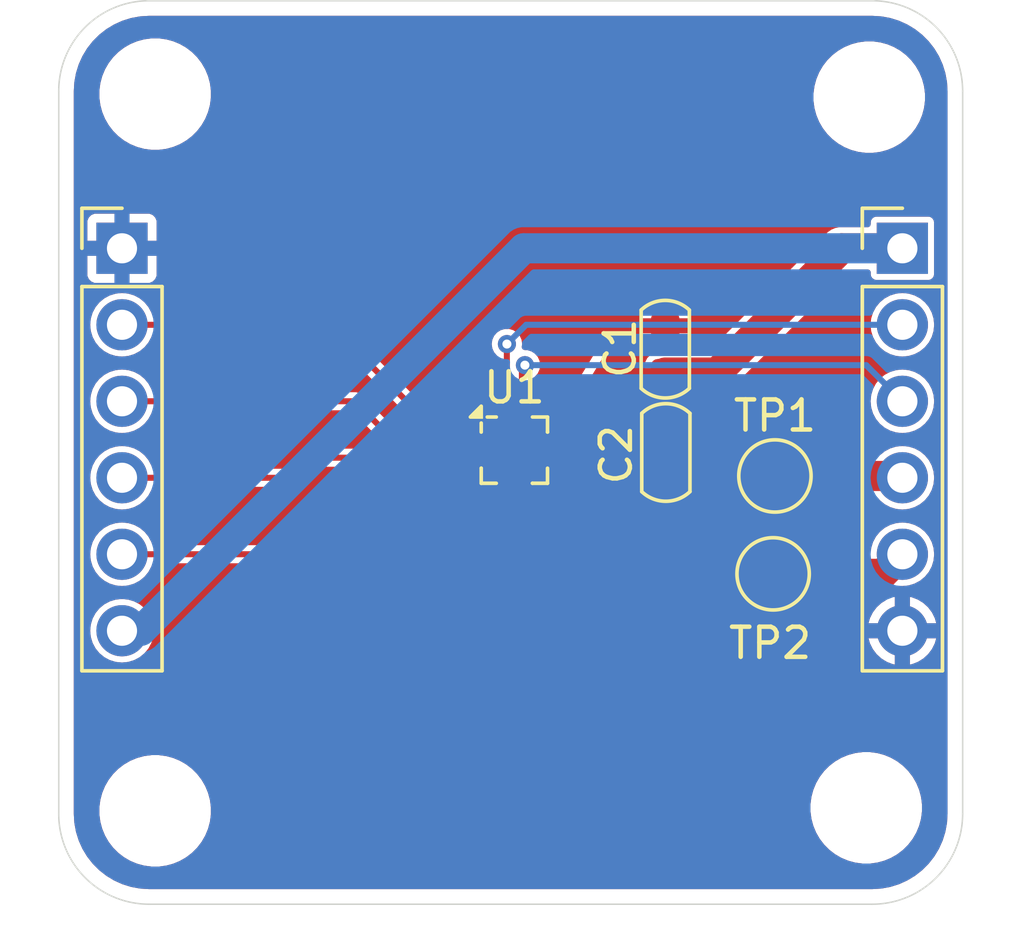
<source format=kicad_pcb>
(kicad_pcb (version 20240108) (generator "pcbnew") (generator_version "8.0")
  (layers (0 "F.Cu" signal) (31 "B.Cu" signal) (34 "B.Paste" user) (35 "F.Paste" user) (36 "B.SilkS" user "B.Silkscreen") (37 "F.SilkS" user "F.Silkscreen") (38 "B.Mask" user) (39 "F.Mask" user) (44 "Edge.Cuts" user))
  (net 0 "")
  (net 1 "GND")
  (net 2 "VDD")
  (net 3 "Net-(J1-Pin_2)")
  (net 4 "Net-(J1-Pin_3)")
  (net 5 "Net-(J1-Pin_4)")
  (net 6 "Net-(J1-Pin_5)")
  (net 7 "Net-(J2-Pin_4)")
  (net 8 "Net-(J2-Pin_5)")
  (net 9 "Net-(J2-Pin_3)")
  (net 10 "Net-(J2-Pin_2)")
  (footprint "PCM_Capacitor_SMD_AKL:C_0603_1608Metric" (layer "F.Cu") (at 200.13 91.57 90)
    (property "Reference" "C1" (at 0.025 -1.5 90) (layer "F.SilkS"))
    (property "Value" "100nF" (hide yes))
    (fp_line (start 1.3 -0.800002) (end -1.3 -0.8) (stroke (width 0.12)) (layer "F.SilkS"))
    (fp_line (start -1.3 0.800002) (end 1.3 0.8) (stroke (width 0.12)) (layer "F.SilkS"))
    (fp_arc (start 1.3 -0.800002) (mid 1.619939 -0.000001) (end 1.3 0.8) (stroke (width 0.12)) (layer "F.SilkS"))
    (fp_arc (start -1.3 0.800002) (mid -1.619939 0.000001) (end -1.3 -0.8) (stroke (width 0.12)) (layer "F.SilkS"))
    (pad "1" smd roundrect (at -0.775 0 90) (size 0.9 0.95) (layers "F.Cu" "F.Paste" "F.Mask") (net 2 "VDD"))
    (pad "2" smd roundrect (at 0.775 0 90) (size 0.9 0.95) (layers "F.Cu" "F.Paste" "F.Mask") (net 1 "GND"))
  )
  (footprint "Connector_PinHeader_2.54mm:PinHeader_1x06_P2.54mm_Vertical" (layer "F.Cu") (at 208 88.22)
    (property "Reference" "J2" (hide yes))
    (property "Value" "Conn_01x06" (hide yes))
    (fp_line (start -1.33 -1.33) (end 0 -1.33) (stroke (width 0.12)) (layer "F.SilkS"))
    (fp_line (start -1.33 0) (end -1.33 -1.33) (stroke (width 0.12)) (layer "F.SilkS"))
    (fp_line (start -1.33 1.27) (end -1.33 14.03) (stroke (width 0.12)) (layer "F.SilkS"))
    (fp_line (start -1.33 1.27) (end 1.33 1.27) (stroke (width 0.12)) (layer "F.SilkS"))
    (fp_line (start -1.33 14.03) (end 1.33 14.03) (stroke (width 0.12)) (layer "F.SilkS"))
    (fp_line (start 1.33 1.27) (end 1.33 14.03) (stroke (width 0.12)) (layer "F.SilkS"))
    (pad "1" thru_hole rect (at 0 0) (size 1.7 1.7) (drill 1) (layers "*.Cu" "*.Mask") (net 2 "VDD"))
    (pad "2" thru_hole oval (at 0 2.54) (size 1.7 1.7) (drill 1) (layers "*.Cu" "*.Mask") (net 10 "Net-(J2-Pin_2)"))
    (pad "3" thru_hole oval (at 0 5.08) (size 1.7 1.7) (drill 1) (layers "*.Cu" "*.Mask") (net 9 "Net-(J2-Pin_3)"))
    (pad "4" thru_hole oval (at 0 7.62) (size 1.7 1.7) (drill 1) (layers "*.Cu" "*.Mask") (net 7 "Net-(J2-Pin_4)"))
    (pad "5" thru_hole oval (at 0 10.16) (size 1.7 1.7) (drill 1) (layers "*.Cu" "*.Mask") (net 8 "Net-(J2-Pin_5)"))
    (pad "6" thru_hole oval (at 0 12.7) (size 1.7 1.7) (drill 1) (layers "*.Cu" "*.Mask") (net 1 "GND"))
  )
  (footprint "MountingHole:MountingHole_3.2mm_M3_DIN965" (layer "F.Cu") (at 183.2 83.1)
    (property "Reference" "H1" (hide yes))
    (property "Value" "MountingHole")
    (pad "" np_thru_hole circle (at 0 0) (size 3.2 3.2) (drill 3.2) (layers "*.Cu" "*.Mask"))
  )
  (footprint "Connector_PinHeader_2.54mm:PinHeader_1x06_P2.54mm_Vertical" (layer "F.Cu") (at 182.1 88.22)
    (property "Reference" "J1" (hide yes))
    (property "Value" "Conn_01x06" (hide yes))
    (fp_line (start -1.33 -1.33) (end 0 -1.33) (stroke (width 0.12)) (layer "F.SilkS"))
    (fp_line (start -1.33 0) (end -1.33 -1.33) (stroke (width 0.12)) (layer "F.SilkS"))
    (fp_line (start -1.33 1.27) (end -1.33 14.03) (stroke (width 0.12)) (layer "F.SilkS"))
    (fp_line (start -1.33 1.27) (end 1.33 1.27) (stroke (width 0.12)) (layer "F.SilkS"))
    (fp_line (start -1.33 14.03) (end 1.33 14.03) (stroke (width 0.12)) (layer "F.SilkS"))
    (fp_line (start 1.33 1.27) (end 1.33 14.03) (stroke (width 0.12)) (layer "F.SilkS"))
    (pad "1" thru_hole rect (at 0 0) (size 1.7 1.7) (drill 1) (layers "*.Cu" "*.Mask") (net 1 "GND"))
    (pad "2" thru_hole oval (at 0 2.54) (size 1.7 1.7) (drill 1) (layers "*.Cu" "*.Mask") (net 3 "Net-(J1-Pin_2)"))
    (pad "3" thru_hole oval (at 0 5.08) (size 1.7 1.7) (drill 1) (layers "*.Cu" "*.Mask") (net 4 "Net-(J1-Pin_3)"))
    (pad "4" thru_hole oval (at 0 7.62) (size 1.7 1.7) (drill 1) (layers "*.Cu" "*.Mask") (net 5 "Net-(J1-Pin_4)"))
    (pad "5" thru_hole oval (at 0 10.16) (size 1.7 1.7) (drill 1) (layers "*.Cu" "*.Mask") (net 6 "Net-(J1-Pin_5)"))
    (pad "6" thru_hole oval (at 0 12.7) (size 1.7 1.7) (drill 1) (layers "*.Cu" "*.Mask") (net 2 "VDD"))
  )
  (footprint "TestPoint:TestPoint_Pad_D2.0mm" (layer "F.Cu") (at 203.77 95.78)
    (property "Reference" "TP1" (at 0 -1.998 0) (layer "F.SilkS"))
    (property "Value" "TestPoint" (hide yes))
    (fp_circle (center 0 0) (end 0 1.2) (stroke (width 0.12)) (fill none) (layer "F.SilkS"))
    (pad "1" smd circle (at 0 0) (size 2 2) (layers "F.Cu" "F.Mask") (net 7 "Net-(J2-Pin_4)"))
  )
  (footprint "TestPoint:TestPoint_Pad_D2.0mm" (layer "F.Cu") (at 203.71 99.03)
    (property "Reference" "TP2" (at -0.1 2.3 0) (layer "F.SilkS"))
    (property "Value" "TestPoint" (hide yes))
    (fp_circle (center 0 0) (end 0 1.2) (stroke (width 0.12)) (fill none) (layer "F.SilkS"))
    (pad "1" smd circle (at 0 0) (size 2 2) (layers "F.Cu" "F.Mask") (net 8 "Net-(J2-Pin_5)"))
  )
  (footprint "Package_LGA:LGA-12_2x2mm_P0.5mm" (layer "F.Cu") (at 195.1225 94.9225)
    (property "Reference" "U1" (at 0 -2.075 0) (layer "F.SilkS"))
    (property "Value" "LIS2HH12" (hide yes))
    (fp_line (start -1.1 -1.1) (end -1.1 -1.1) (stroke (width 0.12)) (layer "F.SilkS"))
    (fp_line (start -1.1 -0.6) (end -1.1 -0.9) (stroke (width 0.12)) (layer "F.SilkS"))
    (fp_line (start -1.1 0.6) (end -1.1 0.6) (stroke (width 0.12)) (layer "F.SilkS"))
    (fp_line (start -1.1 1.1) (end -1.1 0.6) (stroke (width 0.12)) (layer "F.SilkS"))
    (fp_line (start -0.6 -1.1) (end -0.9 -1.1) (stroke (width 0.12)) (layer "F.SilkS"))
    (fp_line (start -0.6 1.1) (end -1.1 1.1) (stroke (width 0.12)) (layer "F.SilkS"))
    (fp_line (start 0.6 -1.1) (end 1.1 -1.1) (stroke (width 0.12)) (layer "F.SilkS"))
    (fp_line (start 0.6 1.1) (end 0.6 1.1) (stroke (width 0.12)) (layer "F.SilkS"))
    (fp_line (start 1.1 -1.1) (end 1.1 -0.6) (stroke (width 0.12)) (layer "F.SilkS"))
    (fp_line (start 1.1 -0.6) (end 1.1 -0.6) (stroke (width 0.12)) (layer "F.SilkS"))
    (fp_line (start 1.1 0.6) (end 1.1 1.1) (stroke (width 0.12)) (layer "F.SilkS"))
    (fp_line (start 1.1 1.1) (end 0.6 1.1) (stroke (width 0.12)) (layer "F.SilkS"))
    (fp_poly (pts (xy -1.1 -1.1) (xy -1.46 -1.1) (xy -1.1 -1.46) (xy -1.1 -1.1)) (stroke (width 0.12)) (fill solid) (layer "F.SilkS"))
    (pad "1" smd rect (at -0.7625 -0.75) (size 0.375 0.35) (layers "F.Cu" "F.Paste" "F.Mask") (net 3 "Net-(J1-Pin_2)") (clearance 0.1))
    (pad "2" smd rect (at -0.7625 -0.25) (size 0.375 0.35) (layers "F.Cu" "F.Paste" "F.Mask") (net 4 "Net-(J1-Pin_3)") (clearance 0.1))
    (pad "3" smd rect (at -0.7625 0.25) (size 0.375 0.35) (layers "F.Cu" "F.Paste" "F.Mask") (net 5 "Net-(J1-Pin_4)") (clearance 0.1))
    (pad "4" smd rect (at -0.7625 0.75) (size 0.375 0.35) (layers "F.Cu" "F.Paste" "F.Mask") (net 6 "Net-(J1-Pin_5)") (clearance 0.1))
    (pad "5" smd rect (at -0.25 0.7625 90) (size 0.375 0.35) (layers "F.Cu" "F.Paste" "F.Mask") (net 1 "GND") (clearance 0.1))
    (pad "6" smd rect (at 0.25 0.7625 90) (size 0.375 0.35) (layers "F.Cu" "F.Paste" "F.Mask") (net 1 "GND") (clearance 0.1))
    (pad "7" smd rect (at 0.7625 0.75) (size 0.375 0.35) (layers "F.Cu" "F.Paste" "F.Mask") (net 1 "GND") (clearance 0.1))
    (pad "8" smd rect (at 0.7625 0.25) (size 0.375 0.35) (layers "F.Cu" "F.Paste" "F.Mask") (net 1 "GND") (clearance 0.1))
    (pad "9" smd rect (at 0.7625 -0.25) (size 0.375 0.35) (layers "F.Cu" "F.Paste" "F.Mask") (net 2 "VDD") (clearance 0.1))
    (pad "10" smd rect (at 0.7625 -0.75) (size 0.375 0.35) (layers "F.Cu" "F.Paste" "F.Mask") (net 2 "VDD") (clearance 0.1))
    (pad "11" smd rect (at 0.25 -0.7625 90) (size 0.375 0.35) (layers "F.Cu" "F.Paste" "F.Mask") (net 9 "Net-(J2-Pin_3)") (clearance 0.1))
    (pad "12" smd rect (at -0.25 -0.7625 90) (size 0.375 0.35) (layers "F.Cu" "F.Paste" "F.Mask") (net 10 "Net-(J2-Pin_2)") (clearance 0.1))
  )
  (footprint "PCM_Capacitor_SMD_AKL:C_0603_1608Metric" (layer "F.Cu") (at 200.15 95 -90)
    (property "Reference" "C2" (at 0.075 1.65 90) (layer "F.SilkS"))
    (property "Value" "100nF" (hide yes))
    (fp_line (start -1.3 0.800002) (end 1.3 0.8) (stroke (width 0.12)) (layer "F.SilkS"))
    (fp_line (start 1.3 -0.800002) (end -1.3 -0.8) (stroke (width 0.12)) (layer "F.SilkS"))
    (fp_arc (start -1.3 0.800002) (mid -1.619939 0.000001) (end -1.3 -0.8) (stroke (width 0.12)) (layer "F.SilkS"))
    (fp_arc (start 1.3 -0.800002) (mid 1.619939 -0.000001) (end 1.3 0.8) (stroke (width 0.12)) (layer "F.SilkS"))
    (pad "1" smd roundrect (at -0.775 0 270) (size 0.9 0.95) (layers "F.Cu" "F.Paste" "F.Mask") (net 2 "VDD"))
    (pad "2" smd roundrect (at 0.775 0 270) (size 0.9 0.95) (layers "F.Cu" "F.Paste" "F.Mask") (net 1 "GND"))
  )
  (footprint "MountingHole:MountingHole_3.2mm_M3_DIN965" (layer "F.Cu") (at 206.8 106.8)
    (property "Reference" "H4" (hide yes))
    (property "Value" "MountingHole")
    (pad "" np_thru_hole circle (at 0 0) (size 3.2 3.2) (drill 3.2) (layers "*.Cu" "*.Mask"))
  )
  (footprint "MountingHole:MountingHole_3.2mm_M3_DIN965" (layer "F.Cu") (at 206.9 83.2)
    (property "Reference" "H3" (hide yes))
    (property "Value" "MountingHole")
    (pad "" np_thru_hole circle (at 0 0) (size 3.2 3.2) (drill 3.2) (layers "*.Cu" "*.Mask"))
  )
  (footprint "MountingHole:MountingHole_3.2mm_M3_DIN965" (layer "F.Cu") (at 183.2 106.9)
    (property "Reference" "H2" (hide yes))
    (property "Value" "MountingHole")
    (pad "" np_thru_hole circle (at 0 0) (size 3.2 3.2) (drill 3.2) (layers "*.Cu" "*.Mask"))
  )
  (gr_line (start 180 107) (end 180 83) (stroke (width 0.05)) (layer "Edge.Cuts"))
  (gr_arc (start 183 110) (mid 180.87868 109.12132) (end 180 107) (stroke (width 0.05)) (layer "Edge.Cuts"))
  (gr_arc (start 207 80) (mid 209.12132 80.87868) (end 210 83) (stroke (width 0.05)) (layer "Edge.Cuts"))
  (gr_line (start 183 80) (end 207 80) (stroke (width 0.05)) (layer "Edge.Cuts"))
  (gr_line (start 183 110) (end 207 110) (stroke (width 0.05)) (layer "Edge.Cuts"))
  (gr_arc (start 180 83) (mid 180.87868 80.87868) (end 183 80) (stroke (width 0.05)) (layer "Edge.Cuts"))
  (gr_arc (start 210 107) (mid 209.12132 109.12132) (end 207 110) (stroke (width 0.05)) (layer "Edge.Cuts"))
  (gr_line (start 210 83) (end 210 107) (stroke (width 0.05)) (layer "Edge.Cuts"))
  (segment (start 195.885 95.6725) (end 197.5025 95.6725) (width 0.2) (layer "F.Cu") (net 1))
  (segment (start 195.885 95.1725) (end 198.5475 95.1725) (width 0.2) (layer "F.Cu") (net 1))
  (segment (start 198.8 95.875) (end 198.9 95.775) (width 0.2) (layer "F.Cu") (net 1))
  (segment (start 199.15 95.775) (end 200.15 95.775) (width 0.2) (layer "F.Cu") (net 1))
  (segment (start 194.8725 95.685) (end 194.8725 96.8725) (width 0.2) (layer "F.Cu") (net 1))
  (segment (start 195.4 96.9) (end 195.3725 96.8725) (width 0.2) (layer "F.Cu") (net 1))
  (segment (start 195.3725 95.685) (end 195.3725 96.8725) (width 0.2) (layer "F.Cu") (net 1))
  (segment (start 198.5475 95.1725) (end 199.15 95.775) (width 0.2) (layer "F.Cu") (net 1))
  (segment (start 197.705 95.875) (end 198.8 95.875) (width 0.2) (layer "F.Cu") (net 1))
  (segment (start 197.5025 95.6725) (end 197.705 95.875) (width 0.2) (layer "F.Cu") (net 1))
  (segment (start 194.9 96.9) (end 194.8725 96.8725) (width 0.2) (layer "F.Cu") (net 1))
  (segment (start 198.9 95.775) (end 199.15 95.775) (width 0.2) (layer "F.Cu") (net 1))
  (segment (start 200.13 92.345) (end 201.855 92.345) (width 1) (layer "F.Cu") (net 2))
  (segment (start 195.885 94.1725) (end 197.5325 94.1725) (width 0.2) (layer "F.Cu") (net 2))
  (segment (start 198.9 94.225) (end 200.15 94.225) (width 0.2) (layer "F.Cu") (net 2))
  (segment (start 197.4675 94.6725) (end 197.815 94.325) (width 0.2) (layer "F.Cu") (net 2))
  (segment (start 198.8 94.325) (end 198.9 94.225) (width 0.2) (layer "F.Cu") (net 2))
  (segment (start 205.98 88.22) (end 208 88.22) (width 1) (layer "F.Cu") (net 2))
  (segment (start 201.855 92.345) (end 205.98 88.22) (width 1) (layer "F.Cu") (net 2))
  (segment (start 197.815 94.325) (end 198.8 94.325) (width 0.2) (layer "F.Cu") (net 2))
  (segment (start 195.885 94.6725) (end 197.4675 94.6725) (width 0.2) (layer "F.Cu") (net 2))
  (segment (start 197.79 94.3) (end 197.815 94.325) (width 0.2) (layer "F.Cu") (net 2))
  (segment (start 197.66 94.3) (end 197.79 94.3) (width 0.2) (layer "F.Cu") (net 2))
  (segment (start 197.5325 94.1725) (end 197.66 94.3) (width 0.2) (layer "F.Cu") (net 2))
  (segment (start 195.43 88.22) (end 208 88.22) (width 1) (layer "B.Cu") (net 2))
  (segment (start 182.1 100.92) (end 182.73 100.92) (width 1) (layer "B.Cu") (net 2))
  (segment (start 182.73 100.92) (end 195.43 88.22) (width 1) (layer "B.Cu") (net 2))
  (segment (start 182.1 90.76) (end 189.01 90.76) (width 0.2) (layer "F.Cu") (net 3))
  (segment (start 189.01 90.76) (end 192.4225 94.1725) (width 0.2) (layer "F.Cu") (net 3))
  (segment (start 192.4225 94.1725) (end 194.36 94.1725) (width 0.2) (layer "F.Cu") (net 3))
  (segment (start 189.825 93.3) (end 191.1975 94.6725) (width 0.2) (layer "F.Cu") (net 4))
  (segment (start 191.1975 94.6725) (end 194.36 94.6725) (width 0.2) (layer "F.Cu") (net 4))
  (segment (start 182.1 93.3) (end 189.825 93.3) (width 0.2) (layer "F.Cu") (net 4))
  (segment (start 188.06 95.84) (end 188.7275 95.1725) (width 0.2) (layer "F.Cu") (net 5))
  (segment (start 182.1 95.84) (end 188.06 95.84) (width 0.2) (layer "F.Cu") (net 5))
  (segment (start 188.7275 95.1725) (end 194.36 95.1725) (width 0.2) (layer "F.Cu") (net 5))
  (segment (start 191.4775 95.6725) (end 194.36 95.6725) (width 0.2) (layer "F.Cu") (net 6))
  (segment (start 182.1 98.38) (end 188.77 98.38) (width 0.2) (layer "F.Cu") (net 6))
  (segment (start 188.77 98.38) (end 191.4775 95.6725) (width 0.2) (layer "F.Cu") (net 6))
  (segment (start 207.94 95.78) (end 208 95.84) (width 1) (layer "F.Cu") (net 7))
  (segment (start 203.77 95.78) (end 207.94 95.78) (width 1) (layer "F.Cu") (net 7))
  (segment (start 203.71 99.03) (end 207.35 99.03) (width 1) (layer "F.Cu") (net 8))
  (segment (start 207.35 99.03) (end 208 98.38) (width 1) (layer "F.Cu") (net 8))
  (segment (start 195.3725 92.2) (end 195.3725 94.16) (width 0.2) (layer "F.Cu") (net 9))
  (segment (start 207.9 93.4) (end 208 93.3) (width 1) (layer "F.Cu") (net 9))
  (segment (start 195.4725 92.1) (end 195.3725 92.2) (width 0.2) (layer "F.Cu") (net 9))
  (via (at 195.4725 92.1) (size 0.6) (drill 0.3) (layers "F.Cu" "B.Cu") (net 9))
  (segment (start 195.4725 92.1) (end 206.8 92.1) (width 0.2) (layer "B.Cu") (net 9))
  (segment (start 206.8 92.1) (end 208 93.3) (width 0.2) (layer "B.Cu") (net 9))
  (segment (start 194.875 91.4) (end 194.8725 91.4025) (width 0.2) (layer "F.Cu") (net 10))
  (segment (start 194.8725 91.4025) (end 194.8725 94.16) (width 0.2) (layer "F.Cu") (net 10))
  (via (at 194.875 91.4) (size 0.6) (drill 0.3) (layers "F.Cu" "B.Cu") (net 10))
  (segment (start 194.875 91.4) (end 195.515 90.76) (width 0.2) (layer "B.Cu") (net 10))
  (segment (start 195.515 90.76) (end 208 90.76) (width 0.2) (layer "B.Cu") (net 10))
  (zone (net 2) (net_name "VDD") (layer "F.Cu") (priority 1) (connect_pads (clearance 0.3)) (min_thickness 0.1) (fill yes (thermal_gap 0.2) (thermal_bridge_width 0.3))
    (polygon (pts (xy 196.925 93.7) (xy 196.925 94.8) (xy 198.4 94.8) (xy 198.609957 94.7) (xy 200.6 94.7) (xy 200.6 91.7) (xy 198.15 91.7)))
  )
  (zone (net 0) (net_name "") (layer "F.Cu") (connect_pads (clearance 0)) (min_thickness 0.2)
    (keepout (tracks allowed) (vias allowed) (pads allowed) (copperpour not_allowed) (footprints allowed))
    (fill (thermal_gap 0.3) (thermal_bridge_width 0.5))
    (polygon (pts (xy 193.4 93.2) (xy 193.4 96.6) (xy 196.9 96.6) (xy 196.9 93.2)))
  )
  (zone (net 1) (net_name "GND") (layers "F&B.Cu") (connect_pads (clearance 0.2)) (min_thickness 0.2) (fill yes (thermal_gap 0.3) (thermal_bridge_width 0.5))
    (polygon (pts (xy 180 80) (xy 180 110) (xy 210 110) (xy 210 80)))
  )
)
</source>
